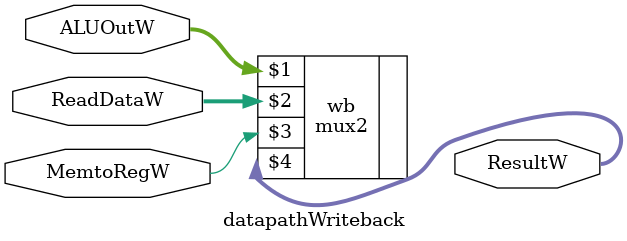
<source format=sv>
`timescale 1ns / 1ps

module datapathWriteback(input logic [31:0] ReadDataW, ALUOutW,
                         input logic MemtoRegW,
                         output logic [31:0] ResultW); 
    // writeback
    mux2 #(32) wb(ALUOutW, ReadDataW, MemtoRegW, ResultW);
endmodule
</source>
